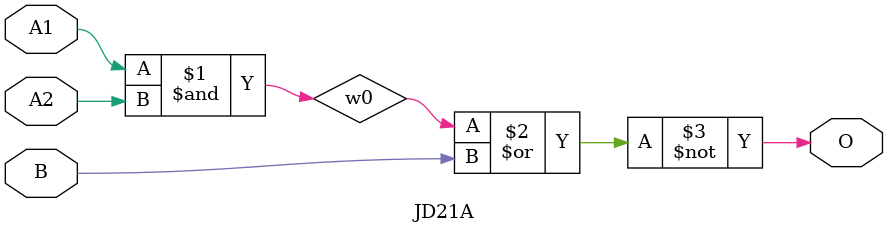
<source format=v>
module JD21A(A1, A2, B, O);
input   A1;
input   A2;
input   B;
output  O;
and g0(w0, A1, A2);
nor g1(O, w0, B);
endmodule
</source>
